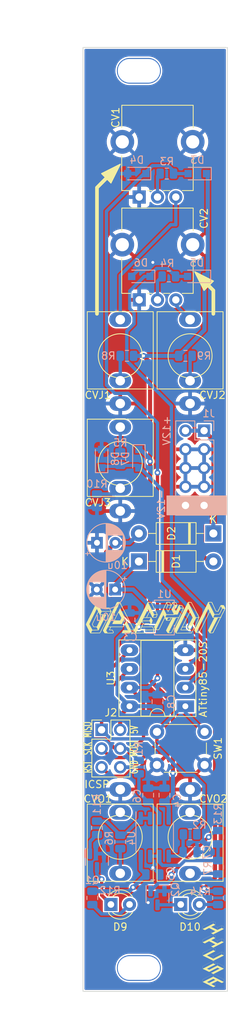
<source format=kicad_pcb>
(kicad_pcb (version 20210228) (generator pcbnew)
  (layers (0 "F.Cu" signal) (31 "B.Cu" signal) (34 "B.Paste" user) (35 "F.Paste" user) (36 "B.SilkS" user "B.Silkscreen") (37 "F.SilkS" user "F.Silkscreen") (38 "B.Mask" user) (39 "F.Mask" user) (44 "Edge.Cuts" user))
  (net 0 "")
  (net 1 "GND")
  (net 2 "+12V")
  (net 3 "-12V")
  (net 4 "Net-(D1-Pad2)")
  (net 5 "Net-(D2-Pad1)")
  (net 6 "+5V")
  (net 7 "Net-(CV1-Pad3)")
  (net 8 "Net-(D9-Pad1)")
  (net 9 "Net-(CV2-Pad3)")
  (net 10 "Net-(D10-Pad1)")
  (net 13 "Net-(D7-Pad2)")
  (net 14 "Net-(Q1-Pad1)")
  (net 15 "Net-(Q2-Pad1)")
  (net 16 "Net-(C6-Pad1)")
  (net 17 "Net-(C7-Pad1)")
  (net 18 "Net-(R13-Pad1)")
  (net 19 "Net-(R11-Pad1)")
  (net 20 "Net-(CVJ1-Pad2)")
  (net 21 "Net-(CVJ2-Pad2)")
  (net 22 "Net-(CVJ3-Pad2)")
  (net 23 "CV {slash} Gate In 3")
  (net 24 "SCK")
  (net 25 "Net-(D5-Pad2)")
  (net 26 "Net-(D9-Pad2)")
  (net 27 "Net-(D10-Pad2)")
  (net 28 "RST")
  (net 29 "MOSI")
  (net 30 "MISO")
  (net 31 "CV {slash} Gate Out 1")
  (net 32 "CV {slash} Gate In 2")
  (net 33 "CV {slash} Gate Out 2")
  (net 34 "CV {slash} Gate In 1")
  (footprint "Button_Switch_THT:SW_PUSH_6mm" (layer "F.Cu") (at 116.765 139.355)
    (fp_text reference "SW1" (at 8.33 2.25 90) (layer "F.SilkS"))
    (fp_text value "SW_Push")
    (pad "1" thru_hole circle (at 0 0 90) (size 2 2) (drill 1.1) (layers *.Cu *.Mask) (net 28 "RST"))
    (pad "1" thru_hole circle (at 6.5 0 90) (size 2 2) (drill 1.1) (layers *.Cu *.Mask) (net 28 "RST"))
    (pad "2" thru_hole circle (at 6.5 4.5 90) (size 2 2) (drill 1.1) (layers *.Cu *.Mask) (net 1 "GND"))
    (pad "2" thru_hole circle (at 0 4.5 90) (size 2 2) (drill 1.1) (layers *.Cu *.Mask) (net 1 "GND"))
  )
  (footprint "kicad_libraries:Thonkiconn" (layer "F.Cu") (at 121.285 153.67 180)
    (fp_text reference "CVO2" (at -3.175 5.207 unlocked) (layer "F.SilkS"))
    (fp_text value "fuzzySI_thonkiconn")
    (pad "1" thru_hole oval (at 0 6.48 180) (size 3 2) (drill 1.3) (layers *.Cu *.Mask) (net 1 "GND"))
    (pad "2" thru_hole oval (at 0 3.38 180) (size 3 2) (drill 1.3) (layers *.Cu *.Mask))
    (pad "3" thru_hole oval (at 0 -4.92 180) (size 3 2) (drill 1.3) (layers *.Cu *.Mask) (net 33 "CV {slash} Gate Out 2"))
  )
  (footprint "kicad_libraries:Thonkiconn" (layer "F.Cu") (at 111.76 102.87)
    (fp_text reference "CVJ3" (at -3.048 5.334 unlocked) (layer "F.SilkS"))
    (fp_text value "fuzzySI_thonkiconn")
    (pad "1" thru_hole oval (at 0 6.48) (size 3 2) (drill 1.3) (layers *.Cu *.Mask) (net 1 "GND"))
    (pad "2" thru_hole oval (at 0 3.38) (size 3 2) (drill 1.3) (layers *.Cu *.Mask) (net 22 "Net-(CVJ3-Pad2)"))
    (pad "3" thru_hole oval (at 0 -4.92) (size 3 2) (drill 1.3) (layers *.Cu *.Mask) (net 23 "CV {slash} Gate In 3"))
  )
  (footprint "kicad_libraries:Thonkiconn" (layer "F.Cu") (at 111.76 153.67 180)
    (fp_text reference "CVO1" (at 3.048 5.207 unlocked) (layer "F.SilkS"))
    (fp_text value "fuzzySI_thonkiconn")
    (pad "1" thru_hole oval (at 0 6.48 180) (size 3 2) (drill 1.3) (layers *.Cu *.Mask) (net 1 "GND"))
    (pad "2" thru_hole oval (at 0 3.38 180) (size 3 2) (drill 1.3) (layers *.Cu *.Mask))
    (pad "3" thru_hole oval (at 0 -4.92 180) (size 3 2) (drill 1.3) (layers *.Cu *.Mask) (net 31 "CV {slash} Gate Out 1"))
  )
  (footprint "kicad_libraries:Thonkiconn" (layer "F.Cu") (at 111.76 88.265)
    (fp_text reference "CVJ1" (at -3.048 5.334 unlocked) (layer "F.SilkS"))
    (fp_text value "fuzzySI_thonkiconn")
    (pad "1" thru_hole oval (at 0 6.48) (size 3 2) (drill 1.3) (layers *.Cu *.Mask) (net 1 "GND"))
    (pad "2" thru_hole oval (at 0 3.38) (size 3 2) (drill 1.3) (layers *.Cu *.Mask) (net 20 "Net-(CVJ1-Pad2)"))
    (pad "3" thru_hole oval (at 0 -4.92) (size 3 2) (drill 1.3) (layers *.Cu *.Mask) (net 7 "Net-(CV1-Pad3)"))
  )
  (footprint "kicad_libraries:DAEMON 2" (layer "F.Cu") (at 116.586 123.825)
    (fp_text reference "G***")
    (fp_text value "LOGO" hide)
  )
  (footprint "Package_DIP:DIP-8_W7.62mm_Socket_LongPads" (layer "F.Cu") (at 120.64 135.88 180)
    (fp_text reference "U3" (at 10.15 3.81 90) (layer "F.SilkS"))
    (fp_text value "ATtiny85-20S" (at -2.423 3.673 90) (layer "F.SilkS"))
    (pad "1" thru_hole rect (at 0 0 180) (size 2.4 1.6) (drill 0.8) (layers *.Cu *.Mask) (net 28 "RST"))
    (pad "2" thru_hole oval (at 0 2.54 180) (size 2.4 1.6) (drill 0.8) (layers *.Cu *.Mask) (net 25 "Net-(D5-Pad2)"))
    (pad "3" thru_hole oval (at 0 5.08 180) (size 2.4 1.6) (drill 0.8) (layers *.Cu *.Mask) (net 13 "Net-(D7-Pad2)"))
    (pad "4" thru_hole oval (at 0 7.62 180) (size 2.4 1.6) (drill 0.8) (layers *.Cu *.Mask) (net 1 "GND"))
    (pad "5" thru_hole oval (at 7.62 7.62 180) (size 2.4 1.6) (drill 0.8) (layers *.Cu *.Mask) (net 29 "MOSI"))
    (pad "6" thru_hole oval (at 7.62 5.08 180) (size 2.4 1.6) (drill 0.8) (layers *.Cu *.Mask) (net 30 "MISO"))
    (pad "7" thru_hole oval (at 7.62 2.54 180) (size 2.4 1.6) (drill 0.8) (layers *.Cu *.Mask) (net 24 "SCK"))
    (pad "8" thru_hole oval (at 7.62 0 180) (size 2.4 1.6) (drill 0.8) (layers *.Cu *.Mask) (net 6 "+5V"))
  )
  (footprint "Connector_PinHeader_2.54mm:PinHeader_2x03_P2.54mm_Vertical" (layer "F.Cu") (at 109.215 139.08)
    (fp_text reference "J2" (at 1.27 -2.33) (layer "F.SilkS"))
    (fp_text value "ICSP" (at -0.63 7.41) (layer "F.SilkS"))
    (pad "1" thru_hole rect (at 0 0) (size 1.7 1.7) (drill 1) (layers *.Cu *.Mask) (net 30 "MISO"))
    (pad "2" thru_hole oval (at 2.54 0) (size 1.7 1.7) (drill 1) (layers *.Cu *.Mask) (net 6 "+5V"))
    (pad "3" thru_hole oval (at 0 2.54) (size 1.7 1.7) (drill 1) (layers *.Cu *.Mask) (net 24 "SCK"))
    (pad "4" thru_hole oval (at 2.54 2.54) (size 1.7 1.7) (drill 1) (layers *.Cu *.Mask) (net 29 "MOSI"))
    (pad "5" thru_hole oval (at 0 5.08) (size 1.7 1.7) (drill 1) (layers *.Cu *.Mask) (net 28 "RST"))
    (pad "6" thru_hole oval (at 2.54 5.08) (size 1.7 1.7) (drill 1) (layers *.Cu *.Mask) (net 1 "GND"))
  )
  (footprint "Panel Holes:3.2mm slot" (layer "F.Cu") (at 114.3 49.53)
    (fp_text reference "REF**" hide)
    (fp_text value "3.2mm slot")
    (pad "2" thru_hole oval (at 0 0) (size 6 3.5) (drill oval 5.74 3.2) (layers *.Cu *.Mask))
  )
  (footprint "Panel Holes:3.2mm slot" (layer "F.Cu") (at 114.3 171.45)
    (fp_text reference "REF**" hide)
    (fp_text value "3.2mm slot")
    (pad "2" thru_hole oval (at 0 0) (size 6 3.5) (drill oval 5.74 3.2) (layers *.Cu *.Mask))
  )
  (footprint "Diode_THT:D_DO-41_SOD81_P10.16mm_Horizontal" (layer "F.Cu") (at 114.3 116.205)
    (fp_text reference "D1" (at 5.08 0 90) (layer "F.SilkS"))
    (fp_text value "1N5817")
    (fp_text user "K" (at -1.905 0) (layer "F.SilkS"))
    (pad "1" thru_hole rect (at 0 0) (size 2.2 2.2) (drill 1.1) (layers *.Cu *.Mask) (net 2 "+12V"))
    (pad "2" thru_hole oval (at 10.16 0) (size 2.2 2.2) (drill 1.1) (layers *.Cu *.Mask) (net 4 "Net-(D1-Pad2)"))
  )
  (footprint "Potentiometer_THT:Potentiometer_GND_Alpha_RD901F-40-00D_Single_Vertical_CircularHoles" (layer "F.Cu") (at 114.34 80.655 90)
    (fp_text reference "CV2" (at 11.059 8.85 270) (layer "F.SilkS"))
    (fp_text value "100k")
    (pad "1" thru_hole rect (at 0 0 180) (size 1.8 1.8) (drill 1) (layers *.Cu *.Mask) (net 1 "GND"))
    (pad "2" thru_hole circle (at 0 2.5 180) (size 1.8 1.8) (drill 1) (layers *.Cu *.Mask) (net 32 "CV {slash} Gate In 2"))
    (pad "3" thru_hole circle (at 0 5 180) (size 1.8 1.8) (drill 1) (layers *.Cu *.Mask) (net 9 "Net-(CV2-Pad3)"))
    (pad "4" thru_hole circle (at 7.5 7.3 180) (size 3.24 3.24) (drill 1.8) (layers *.Cu *.Mask) (net 1 "GND"))
    (pad "4" thru_hole circle (at 7.5 -2.3 180) (size 3.24 3.24) (drill 1.8) (layers *.Cu *.Mask) (net 1 "GND"))
  )
  (footprint "kicad_libraries:Thonkiconn" (layer "F.Cu") (at 121.285 88.265)
    (fp_text reference "CVJ2" (at 3.048 5.334 unlocked) (layer "F.SilkS"))
    (fp_text value "fuzzySI_thonkiconn")
    (pad "1" thru_hole oval (at 0 6.48) (size 3 2) (drill 1.3) (layers *.Cu *.Mask) (net 1 "GND"))
    (pad "2" thru_hole oval (at 0 3.38) (size 3 2) (drill 1.3) (layers *.Cu *.Mask) (net 21 "Net-(CVJ2-Pad2)"))
    (pad "3" thru_hole oval (at 0 -4.92) (size 3 2) (drill 1.3) (layers *.Cu *.Mask) (net 9 "Net-(CV2-Pad3)"))
  )
  (footprint "Potentiometer_THT:Potentiometer_GND_Alpha_RD901F-40-00D_Single_Vertical_CircularHoles" (layer "F.Cu") (at 114.34 66.685 90)
    (fp_text reference "CV1" (at 10.805 -3.215 270) (layer "F.SilkS"))
    (fp_text value "100k")
    (pad "1" thru_hole rect (at 0 0 180) (size 1.8 1.8) (drill 1) (layers *.Cu *.Mask) (net 1 "GND"))
    (pad "2" thru_hole circle (at 0 2.5 180) (size 1.8 1.8) (drill 1) (layers *.Cu *.Mask) (net 34 "CV {slash} Gate In 1"))
    (pad "3" thru_hole circle (at 0 5 180) (size 1.8 1.8) (drill 1) (layers *.Cu *.Mask) (net 7 "Net-(CV1-Pad3)"))
    (pad "4" thru_hole circle (at 7.5 -2.3 180) (size 3.24 3.24) (drill 1.8) (layers *.Cu *.Mask) (net 1 "GND"))
    (pad "4" thru_hole circle (at 7.5 7.3 180) (size 3.24 3.24) (drill 1.8) (layers *.Cu *.Mask) (net 1 "GND"))
  )
  (footprint "Diode_THT:D_DO-41_SOD81_P10.16mm_Horizontal" (layer "F.Cu") (at 124.46 112.395 180)
    (fp_text reference "D2" (at 5.715 0 90) (layer "F.SilkS"))
    (fp_text value "1N5817")
    (fp_text user "K" (at 0 1.905) (layer "F.SilkS"))
    (pad "1" thru_hole rect (at 0 0 180) (size 2.2 2.2) (drill 1.1) (layers *.Cu *.Mask) (net 5 "Net-(D2-Pad1)"))
    (pad "2" thru_hole oval (at 10.16 0 180) (size 2.2 2.2) (drill 1.1) (layers *.Cu *.Mask) (net 3 "-12V"))
  )
  (footprint "LED_THT:LED_D3.0mm" (layer "F.Cu") (at 120.01 162.814)
    (fp_text reference "D10" (at 1.27 3.048) (layer "F.SilkS"))
    (fp_text value "Blue LED")
    (pad "1" thru_hole rect (at 0 0) (size 1.8 1.8) (drill 0.9) (layers *.Cu *.Mask) (net 10 "Net-(D10-Pad1)"))
    (pad "2" thru_hole circle (at 2.54 0) (size 1.8 1.8) (drill 0.9) (layers *.Cu *.Mask) (net 27 "Net-(D10-Pad2)"))
  )
  (footprint "kicad_libraries:ascii larger" (layer "F.Cu") (at 124.46 169.545 90)
    (fp_text reference "G***")
    (fp_text value "LOGO" hide)
  )
  (footprint "LED_THT:LED_D3.0mm" (layer "F.Cu") (at 110.485 162.814)
    (fp_text reference "D9" (at 1.27 3.048) (layer "F.SilkS"))
    (fp_text value "Red LED")
    (pad "1" thru_hole rect (at 0 0) (size 1.8 1.8) (drill 0.9) (layers *.Cu *.Mask) (net 8 "Net-(D9-Pad1)"))
    (pad "2" thru_hole circle (at 2.54 0) (size 1.8 1.8) (drill 0.9) (layers *.Cu *.Mask) (net 26 "Net-(D9-Pad2)"))
  )
  (footprint "Diode_SMD:D_SOD-323_HandSoldering" (layer "B.Cu") (at 114.5775 77.47 180)
    (fp_text reference "D6" (at 0 1.85) (layer "B.SilkS") (effects (justify mirror)))
    (fp_text value "1N5711UR")
    (pad "1" smd rect (at -1.25 0 180) (size 1 1) (layers "B.Cu" "B.Paste" "B.Mask") (net 25 "Net-(D5-Pad2)"))
    (pad "2" smd rect (at 1.25 0 180) (size 1 1) (layers "B.Cu" "B.Paste" "B.Mask") (net 1 "GND"))
  )
  (footprint "Capacitor_THT:CP_Radial_D5.0mm_P2.50mm" (layer "B.Cu") (at 111.060113 120.015 180)
    (fp_text reference "C1")
    (fp_text value "10u" (at 1.25 -3.75) (layer "B.SilkS") (effects (justify mirror)))
    (pad "1" thru_hole rect (at 0 0 180) (size 1.6 1.6) (drill 0.8) (layers *.Cu *.Mask) (net 2 "+12V"))
    (pad "2" thru_hole circle (at 2.5 0 180) (size 1.6 1.6) (drill 0.8) (layers *.Cu *.Mask) (net 1 "GND"))
  )
  (footprint "Resistor_SMD:R_0805_2012Metric" (layer "B.Cu") (at 125.095 157.7575 -90)
    (fp_text reference "R7" (at 0.1035 1.397 90) (layer "B.SilkS") (effects (justify mirror)))
    (fp_text value "1k")
    (pad "1" smd roundrect (at -0.9125 0 270) (size 1.025 1.4) (layers "B.Cu" "B.Paste" "B.Mask") (roundrect_rratio 0.2439024390243902) (net 18 "Net-(R13-Pad1)"))
    (pad "2" smd roundrect (at 0.9125 0 270) (size 1.025 1.4) (layers "B.Cu" "B.Paste" "B.Mask") (roundrect_rratio 0.2439024390243902) (net 33 "CV {slash} Gate Out 2"))
  )
  (footprint "Connector_PinHeader_2.54mm:PinHeader_2x05_P2.54mm_Vertical" (layer "B.Cu") (at 123.195 98.43 180)
    (fp_text reference "J1" (at -0.63 2.33) (layer "B.SilkS") (effects (justify mirror)))
    (fp_text value "Power")
    (pad "1" thru_hole rect (at 0 0 180) (size 1.7 1.7) (drill 1) (layers *.Cu *.Mask) (net 4 "Net-(D1-Pad2)"))
    (pad "2" thru_hole oval (at 2.54 0 180) (size 1.7 1.7) (drill 1) (layers *.Cu *.Mask) (net 4 "Net-(D1-Pad2)"))
    (pad "3" thru_hole oval (at 0 -2.54 180) (size 1.7 1.7) (drill 1) (layers *.Cu *.Mask) (net 1 "GND"))
    (pad "4" thru_hole oval (at 2.54 -2.54 180) (size 1.7 1.7) (drill 1) (layers *.Cu *.Mask) (net 1 "GND"))
    (pad "5" thru_hole oval (at 0 -5.08 180) (size 1.7 1.7) (drill 1) (layers *.Cu *.Mask) (net 1 "GND"))
    (pad "6" thru_hole oval (at 2.54 -5.08 180) (size 1.7 1.7) (drill 1) (layers *.Cu *.Mask) (net 1 "GND"))
    (pad "7" thru_hole oval (at 0 -7.62 180) (size 1.7 1.7) (drill 1) (layers *.Cu *.Mask) (net 1 "GND"))
    (pad "8" thru_hole oval (at 2.54 -7.62 180) (size 1.7 1.7) (drill 1) (layers *.Cu *.Mask) (net 1 "GND"))
    (pad "9" thru_hole oval (at 0 -10.16 180) (size 1.7 1.7) (drill 1) (layers *.Cu *.Mask) (net 5 "Net-(D2-Pad1)"))
    (pad "10" thru_hole oval (at 2.54 -10.16 180) (size 1.7 1.7) (drill 1) (layers *.Cu *.Mask) (net 5 "Net-(D2-Pad1)"))
  )
  (footprint "Resistor_SMD:R_0805_2012Metric" (layer "B.Cu") (at 108.585 107.95 90)
    (fp_text reference "R10" (at 2.286 0 180) (layer "B.SilkS") (effects (justify mirror)))
    (fp_text value "1k")
    (pad "1" smd roundrect (at -0.9125 0 90) (size 1.025 1.4) (layers "B.Cu" "B.Paste" "B.Mask") (roundrect_rratio 0.2439024390243902) (net 1 "GND"))
    (pad "2" smd roundrect (at 0.9125 0 90) (size 1.025 1.4) (layers "B.Cu" "B.Paste" "B.Mask") (roundrect_rratio 0.2439024390243902) (net 22 "Net-(CVJ3-Pad2)"))
  )
  (footprint "Resistor_SMD:R_0805_2012Metric" (layer "B.Cu") (at 118.11 63.5 180)
    (fp_text reference "R3" (at 0 1.65) (layer "B.SilkS") (effects (justify mirror)))
    (fp_text value "470")
    (pad "1" smd roundrect (at -0.9125 0 180) (size 1.025 1.4) (layers "B.Cu" "B.Paste" "B.Mask") (roundrect_rratio 0.2439024390243902) (net 24 "SCK"))
    (pad "2" smd roundrect (at 0.9125 0 180) (size 1.025 1.4) (layers "B.Cu" "B.Paste" "B.Mask") (roundrect_rratio 0.2439024390243902) (net 34 "CV {slash} Gate In 1"))
  )
  (footprint "Capacitor_SMD:C_0805_2012Metric" (layer "B.Cu") (at 115.57 147.955 90)
    (fp_text reference "C6" (at -0.127 -1.524 90) (layer "B.SilkS") (effects (justify mirror)))
    (fp_text value "1n")
    (pad "1" smd roundrect (at -0.95 0 90) (size 1 1.45) (layers "B.Cu" "B.Paste" "B.Mask") (net 16 "Net-(C6-Pad1)"))
    (pad "2" smd roundrect (at 0.95 0 90) (size 1 1.45) (layers "B.Cu" "B.Paste" "B.Mask") (net 1 "GND"))
  )
  (footprint "Resistor_SMD:R_0805_2012Metric" (layer "B.Cu") (at 125.095 161.925 90)
    (fp_text reference "R14" (at 0.889 -2.413 180) (layer "B.SilkS") (effects (justify mirror)))
    (fp_text value "4k7")
    (pad "1" smd roundrect (at -0.9125 0 90) (size 1.025 1.4) (layers "B.Cu" "B.Paste" "B.Mask") (roundrect_rratio 0.2439024390243902) (net 27 "Net-(D10-Pad2)"))
    (pad "2" smd roundrect (at 0.9125 0 90) (size 1.025 1.4) (layers "B.Cu" "B.Paste" "B.Mask") (roundrect_rratio 0.2439024390243902) (net 2 "+12V"))
  )
  (footprint "Resistor_SMD:R_0805_2012Metric" (layer "B.Cu") (at 125.095 153.67 90)
    (fp_text reference "R13" (at 3.175 0 90) (layer "B.SilkS") (effects (justify mirror)))
    (fp_text value "470k")
    (pad "1" smd roundrect (at -0.9125 0 90) (size 1.025 1.4) (layers "B.Cu" "B.Paste" "B.Mask") (roundrect_rratio 0.2439024390243902) (net 18 "Net-(R13-Pad1)"))
    (pad "2" smd roundrect (at 0.9125 0 90) (size 1.025 1.4) (layers "B.Cu" "B.Paste" "B.Mask") (roundrect_rratio 0.2439024390243902) (net 15 "Net-(Q2-Pad1)"))
  )
  (footprint "Resistor_SMD:R_0805_2012Metric" (layer "B.Cu") (at 120.65 88.265)
    (fp_text reference "R9" (at 2.54 0) (layer "B.SilkS") (effects (justify mirror)))
    (fp_text value "1k")
    (pad "1" smd roundrect (at -0.9125 0) (size 1.025 1.4) (layers "B.Cu" "B.Paste" "B.Mask") (roundrect_rratio 0.2439024390243902) (net 6 "+5V"))
    (pad "2" smd roundrect (at 0.9125 0) (size 1.025 1.4) (layers "B.Cu" "B.Paste" "B.Mask") (roundrect_rratio 0.2439024390243902) (net 21 "Net-(CVJ2-Pad2)"))
  )
  (footprint "Package_TO_SOT_SMD:SOT-23" (layer "B.Cu") (at 108.585 156.845 -90)
    (fp_text reference "Q1" (at 2.667 0.635 180) (layer "B.SilkS") (effects (justify mirror)))
    (fp_text value "MMBT3904")
    (pad "1" smd roundrect (at -0.9375 0.95 270) (size 1.475 0.6) (layers "B.Cu" "B.Paste" "B.Mask") (net 14 "Net-(Q1-Pad1)"))
    (pad "2" smd roundrect (at -0.9375 -0.95 270) (size 1.475 0.6) (layers "B.Cu" "B.Paste" "B.Mask") (net 1 "GND"))
    (pad "3" smd roundrect (at 0.9375 0 270) (size 1.475 0.6) (layers "B.Cu" "B.Paste" "B.Mask") (net 8 "Net-(D9-Pad1)"))
  )
  (footprint "Diode_SMD:D_SOD-323_HandSoldering" (layer "B.Cu") (at 109.22 102.235 90)
    (fp_text reference "D8" (at 0 1.85 270) (layer "B.SilkS") (effects (justify mirror)))
    (fp_text value "1N5711UR")
    (pad "1" smd rect (at -1.25 0 90) (size 1 1) (layers "B.Cu" "B.Paste" "B.Mask") (net 13 "Net-(D7-Pad2)"))
    (pad "2" smd rect (at 1.25 0 90) (size 1 1) (layers "B.Cu" "B.Paste" "B.Mask") (net 1 "GND"))
  )
  (footprint "Package_SO:SO-8_3.9x4.9mm_P1.27mm" (layer "B.Cu") (at 116.459 153.67 -90)
    (fp_text reference "U4" (at 0.127 3.175 90) (layer "B.SilkS") (effects (justify mirror)))
    (fp_text value "TL072")
    (pad "1" smd roundrect (at -2.575 1.905 270) (size 1.75 0.6) (layers "B.Cu" "B.Paste" "B.Mask") (net 19 "Net-(R11-Pad1)"))
    (pad "2" smd roundrect (at -2.575 0.635 270) (size 1.75 0.6) (layers "B.Cu" "B.Paste" "B.Mask") (net 19 "Net-(R11-Pad1)"))
    (pad "3" smd roundrect (at -2.575 -0.635 270) (size 1.75 0.6) (layers "B.Cu" "B.Paste" "B.Mask") (net 16 "Net-(C6-Pad1)"))
    (pad "4" smd roundrect (at -2.575 -1.905 270) (size 1.75 0.6) (layers "B.Cu" "B.Paste" "B.Mask") (net 3 "-12V"))
    (pad "5" smd roundrect (at 2.575 -1.905 270) (size 1.75 0.6) (layers "B.Cu" "B.Paste" "B.Mask") (net 17 "Net-(C7-Pad1)"))
    (pad "6" smd roundrect (at 2.575 -0.635 270) (size 1.75 0.6) (layers "B.Cu" "B.Paste" "B.Mask") (net 18 "Net-(R13-Pad1)"))
    (pad "7" smd roundrect (at 2.575 0.635 270) (size 1.75 0.6) (layers "B.Cu" "B.Paste" "B.Mask") (net 18 "Net-(R13-Pad1)"))
    (pad "8" smd roundrect (at 2.575 1.905 270) (size 1.75 0.6) (layers "B.Cu" "B.Paste" "B.Mask") (net 2 "+12V"))
  )
  (footprint "Resistor_SMD:R_0805_2012Metric" (layer "B.Cu") (at 111.76 154.305 -90)
    (fp_text reference "R6" (at -0.508 1.524 90) (layer "B.SilkS") (effects (justify mirror)))
    (fp_text value "1k")
    (pad "1" smd roundrect (at -0.9125 0 270) (size 1.025 1.4) (layers "B.Cu" "B.Paste" "B.Mask") (roundrect_rratio 0.2439024390243902) (net 19 "Net-(R11-Pad1)"))
    (pad "2" smd roundrect (at 0.9125 0 270) (size 1.025 1.4) (layers "B.Cu" "B.Paste" "B.Mask") (roundrect_rratio 0.2439024390243902) (net 31 "CV {slash} Gate Out 1"))
  )
  (footprint "Diode_SMD:D_SOD-323_HandSoldering" (layer "B.Cu") (at 114.3 102.235 -90)
    (fp_text reference "D7" (at 0 1.85 90) (layer "B.SilkS") (effects (justify mirror)))
    (fp_text value "1N5711UR")
    (pad "1" smd rect (at -1.25 0 270) (size 1 1) (layers "B.Cu" "B.Paste" "B.Mask") (net 6 "+5V"))
    (pad "2" smd rect (at 1.25 0 270) (size 1 1) (layers "B.Cu" "B.Paste" "B.Mask") (net 13 "Net-(D7-Pad2)"))
  )
  (footprint "Resistor_SMD:R_0805_2012Metric" (layer "B.Cu") (at 121.285 153.289 180)
    (fp_text reference "R2" (at -1.27 1.27) (layer "B.SilkS") (effects (justify mirror)))
    (fp_text value "470k")
    (pad "1" smd roundrect (at -0.9125 0 180) (size 1.025 1.4) (layers "B.Cu" "B.Paste" "B.Mask") (roundrect_rratio 0.2439024390243902) (net 30 "MISO"))
    (pad "2" smd roundrect (at 0.9125 0 180) (size 1.025 1.4) (layers "B.Cu" "B.Paste" "B.Mask") (roundrect_rratio 0.2439024390243902) (net 17 "Net-(C7-Pad1)"))
  )
  (footprint "Resistor_SMD:R_0805_2012Metric" (layer "B.Cu") (at 118.3875 77.47 180)
    (fp_text reference "R4" (at 0.227064 1.778) (layer "B.SilkS") (effects (justify mirror)))
    (fp_text value "470")
    (pad "1" smd roundrect (at -0.9125 0 180) (size 1.025 1.4) (layers "B.Cu" "B.Paste" "B.Mask") (roundrect_rratio 0.2439024390243902) (net 25 "Net-(D5-Pad2)"))
    (pad "2" smd roundrect (at 0.9125 0 180) (size 1.025 1.4) (layers "B.Cu" "B.Paste" "B.Mask") (roundrect_rratio 0.2439024390243902) (net 32 "CV {slash} Gate In 2"))
  )
  (footprint "Resistor_SMD:R_0805_2012Metric" (layer "B.Cu") (at 107.95 161.925 90)
    (fp_text reference "R12" (at 1.016 2.413 180) (layer "B.SilkS") (effects (justify mirror)))
    (fp_text value "4k7")
    (pad "1" smd roundrect (at -0.9125 0 90) (size 1.025 1.4) (layers "B.Cu" "B.Paste" "B.Mask") (roundrect_rratio 0.2439024390243902) (net 26 "Net-(D9-Pad2)"))
    (pad "2" smd roundrect (at 0.9125 0 90) (size 1.025 1.4) (layers "B.Cu" "B.Paste" "B.Mask") (roundrect_rratio 0.2439024390243902) (net 2 "+12V"))
  )
  (footprint "Diode_SMD:D_SOD-323_HandSoldering" (layer "B.Cu") (at 122.2775 63.5 180)
    (fp_text reference "D3" (at 0 1.85) (layer "B.SilkS") (effects (justify mirror)))
    (fp_text value "1N5711UR")
    (pad "1" smd rect (at -1.25 0 180) (size 1 1) (layers "B.Cu" "B.Paste" "B.Mask") (net 6 "+5V"))
    (pad "2" smd rect (at 1.25 0 180) (size 1 1) (layers "B.Cu" "B.Paste" "B.Mask") (net 24 "SCK"))
  )
  (footprint "Diode_SMD:D_SOD-323_HandSoldering" (layer "B.Cu") (at 114.0225 63.5 180)
    (fp_text reference "D4" (at 0 1.85) (layer "B.SilkS") (effects (justify mirror)))
    (fp_text value "1N5711UR")
    (pad "1" smd rect (at -1.25 0 180) (size 1 1) (layers "B.Cu" "B.Paste" "B.Mask") (net 24 "SCK"))
    (pad "2" smd rect (at 1.25 0 180) (size 1 1) (layers "B.Cu" "B.Paste" "B.Mask") (net 1 "GND"))
  )
  (footprint "Capacitor_THT:CP_Radial_D5.0mm_P2.50mm" (layer "B.Cu") (at 108.585 113.665)
    (fp_text reference "C2")
    (fp_text value "10u" (at 2.794 3.048) (layer "B.SilkS") (effects (justify mirror)))
    (pad "1" thru_hole rect (at 0 0) (size 1.6 1.6) (drill 0.8) (layers *.Cu *.Mask) (net 1 "GND"))
    (pad "2" thru_hole circle (at 2.5 0) (size 1.6 1.6) (drill 0.8) (layers *.Cu *.Mask) (net 3 "-12V"))
  )
  (footprint "Resistor_SMD:R_0805_2012Metric" (layer "B.Cu") (at 111.76 102.235 90)
    (fp_text reference "R5" (at 2.159 0 180) (layer "B.SilkS") (effects (justify mirror)))
    (fp_text value "470")
    (pad "1" smd roundrect (at -0.9125 0 90) (size 1.025 1.4) (layers "B.Cu" "B.Paste" "B.Mask") (roundrect_rratio 0.2439024390243902) (net 13 "Net-(D7-Pad2)"))
    (pad "2" smd roundrect (at 0.9125 0 90) (size 1.025 1.4) (layers "B.Cu" "B.Paste" "B.Mask") (roundrect_rratio 0.2439024390243902) (net 23 "CV {slash} Gate In 3"))
  )
  (footprint "Resistor_SMD:R_0805_2012Metric" (layer "B.Cu") (at 112.6725 88.265 180)
    (fp_text reference "R8" (at 2.54 0) (layer "B.SilkS") (effects (justify mirror)))
    (fp_text value "1k")
    (pad "1" smd roundrect (at -0.9125 0 180) (size 1.025 1.4) (layers "B.Cu" "B.Paste" "B.Mask") (roundrect_rratio 0.2439024390243902) (net 6 "+5V"))
    (pad "2" smd roundrect (at 0.9125 0 180) (size 1.025 1.4) (layers "B.Cu" "B.Paste" "B.Mask") (roundrect_rratio 0.2439024390243902) (net 20 "Net-(CVJ1-Pad2)"))
  )
  (footprint "Package_TO_SOT_SMD:SOT-23" (layer "B.Cu") (at 116.84 161.925 -90)
    (fp_text reference "Q2" (at -1.143 -2.413 90) (layer "B.SilkS") (effects (justify mirror)))
    (fp_text value "MMBT3904")
    (pad "1" smd roundrect (at -0.9375 0.95 270) (size 1.475 0.6) (layers "B.Cu" "B.Paste" "B.Mask") (net 15 "Net-(Q2-Pad1)"))
    (pad "2" smd roundrect (at -0.9375 -0.95 270) (size 1.475 0.6) (layers "B.Cu" "B.Paste" "B.Mask") (net 1 "GND"))
    (pad "3" smd roundrect (at 0.9375 0 270) (size 1.475 0.6) (layers "B.Cu" "B.Paste" "B.Mask") (net 10 "Net-(D10-Pad1)"))
  )
  (footprint "Package_TO_SOT_SMD:SOT-89-3" (layer "B.Cu") (at 117.475 123.825)
    (fp_text reference "U1" (at 0.3 -3.175) (layer "B.SilkS") (effects (justify mirror)))
    (fp_text value "L78L05_SOT89")
    (pad "1" smd rect (at -1.65 1.5) (size 1.3 0.9) (layers "B.Cu" "B.Paste" "B.Mask") (net 6 "+5V"))
    (pad "2" smd custom (at -1.5625 0) (size 1.475 0.9) (layers "B.Cu" "B.Paste" "B.Mask") (net 1 "GND") (options (clearance outline) (anchor rect)) (primitives (gr_poly (pts (xy 0.7375 0.8665) (xy 3.8625 0.8665) (xy 3.8625 -0.8665) (xy 0.7375 -0.8665)) (width 0) (fill yes))))
    (pad "3" smd rect (at -1.65 -1.5) (size 1.3 0.9) (layers "B.Cu" "B.Paste" "B.Mask") (net 2 "+12V"))
  )
  (footprint "Resistor_SMD:R_0805_2012Metric" (layer "B.Cu") (at 108.585 152.4 -90)
    (fp_text reference "R11" (at -3.175 0 90) (layer "B.SilkS") (effects (justify mirror)))
    (fp_text value "470k")
    (pad "1" smd roundrect (at -0.9125 0 270) (size 1.025 1.4) (layers "B.Cu" "B.Paste" "B.Mask") (roundrect_rratio 0.2439024390243902) (net 19 "Net-(R11-Pad1)"))
    (pad "2" smd roundrect (at 0.9125 0 270) (size 1.025 1.4) (layers "B.Cu" "B.Paste" "B.Mask") (roundrect_rratio 0.2439024390243902) (net 14 "Net-(Q1-Pad1)"))
  )
  (footprint "Capacitor_SMD:C_0805_2012Metric" (layer "B.Cu") (at 113.03 124.145 90)
    (fp_text reference "C3" (at -2.347 0.127 180) (layer "B.SilkS") (effects (justify mirror)))
    (fp_text value "100n")
    (pad "1" smd roundrect (at -0.95 0 90) (size 1 1.45) (layers "B.Cu" "B.Paste" "B.Mask") (net 6 "+5V"))
    (pad "2" smd roundrect (at 0.95 0 90) (size 1 1.45) (layers "B.Cu" "B.Paste" "B.Mask") (net 1 "GND"))
  )
  (footprint "Capacitor_SMD:C_0805_2012Metric" (layer "B.Cu") (at 117.79 147.955 -90)
    (fp_text reference "C4" (at 0.762 -1.717 90) (layer "B.SilkS") (effects (justify mirror)))
    (fp_text value "100n")
    (pad "1" smd roundrect (at -0.95 0 270) (size 1 1.45) (layers "B.Cu" "B.Paste" "B.Mask") (net 1 "GND"))
    (pad "2" smd roundrect (at 0.95 0 270) (size 1 1.45) (layers "B.Cu" "B.Paste" "B.Mask") (net 3 "-12V"))
  )
  (footprint "Capacitor_SMD:C_0805_2012Metric" (layer "B.Cu") (at 121.285 155.702)
    (fp_text reference "C7" (at 2.286 0 90) (layer "B.SilkS") (effects (justify mirror)))
    (fp_text value "1n")
    (pad "1" smd roundrect (at -0.95 0) (size 1 1.45) (layers "B.Cu" "B.Paste" "B.Mask") (net 17 "Net-(C7-Pad1)"))
    (pad "2" smd roundrect (at 0.95 0) (size 1 1.45) (layers "B.Cu" "B.Paste" "B.Mask") (net 1 "GND"))
  )
  (footprint "Capacitor_SMD:C_0805_2012Metric" (layer "B.Cu") (at 116.84 135.255 90)
    (fp_text reference "C8" (at 0 1.905 90) (layer "B.SilkS") (effects (justify mirror)))
    (fp_text value "100n")
    (pad "1" smd roundrect (at -0.95 0 90) (size 1 1.45) (layers "B.Cu" "B.Paste" "B.Mask") (net 6 "+5V"))
    (pad "2" smd roundrect (at 0.95 0 90) (size 1 1.45) (layers "B.Cu" "B.Paste" "B.Mask") (net 1 "GND"))
  )
  (footprint "Diode_SMD:D_SOD-323_HandSoldering" (layer "B.Cu") (at 122.1975 77.47 180)
    (fp_text reference "D5" (at 0 1.85) (layer "B.SilkS") (effects (justify mirror)))
    (fp_text value "1N5711UR")
    (pad "1" smd rect (at -1.25 0 180) (size 1 1) (layers "B.Cu" "B.Paste" "B.Mask") (net 6 "+5V"))
    (pad "2" smd rect (at 1.25 0 180) (size 1 1) (layers "B.Cu" "B.Paste" "B.Mask") (net 25 "Net-(D5-Pad2)"))
  )
  (footprint "Resistor_SMD:R_0805_2012Metric" (layer "B.Cu") (at 114.3 144.145 -90)
    (fp_text reference "R1" (at -2.54 0 90) (layer "B.SilkS") (effects (justify mirror)))
    (fp_text value "470k")
    (pad "1" smd roundrect (at -0.9125 0 270) (size 1.025 1.4) (layers "B.Cu" "B.Paste" "B.Mask") (roundrect_rratio 0.2439024390243902) (net 29 "MOSI"))
    (pad "2" smd roundrect (at 0.9125 0 270) (size 1.025 1.4) (layers "B.Cu" "B.Paste" "B.Mask") (roundrect_rratio 0.2439024390243902) (net 16 "Net-(C6-Pad1)"))
  )
  (footprint "Capacitor_SMD:C_0805_2012Metric" (layer "B.Cu") (at 116.205 158.75)
    (fp_text reference "C5" (at 2.413 -0.127 90) (layer "B.SilkS") (effects (justify mirror)))
    (fp_text value "100n")
    (pad "1" smd roundrect (at -0.95 0) (size 1 1.45) (layers "B.Cu" "B.Paste" "B.Mask") (net 2 "+12V"))
    (pad "2" smd roundrect (at 0.95 0) (size 1 1.45) (layers "B.Cu" "B.Paste" "B.Mask") (net 1 "GND"))
  )
  (gr_rect (start 126.3425 109.855) (end 118.1425 107.315) (layer "B.SilkS") (width 0.15) (fill solid))
  (gr_poly (pts (xy 110.49 64.77) (xy 109.22 63.5) (xy 111.76 62.23)) (layer "F.SilkS") (width 0.15) (fill solid))
  (gr_line (start 124.46 79.375) (end 123.19 78.105) (layer "F.SilkS") (width 0.5))
  (gr_line (start 108.585 65.405) (end 111.125 62.865) (layer "F.SilkS") (width 0.5))
  (gr_line (start 124.46 82.55) (end 124.46 79.375) (layer "F.SilkS") (width 0.5))
  (gr_poly (pts (xy 124.46 78.105) (xy 123.19 79.375) (xy 121.92 76.835)) (layer "F.SilkS") (width 0.15) (fill solid))
  (gr_line (start 108.585 82.55) (end 108.585 65.405) (layer "F.SilkS") (width 0.5))
  (gr_rect (start 106.68 46.355) (end 126.365 174.625) (layer "Edge.Cuts") (width 0.1) (fill none))
  (gr_text "+12V" (at 118.11 98.425 90) (layer "B.SilkS") (effects (font (size 1 1)) (justify mirror)))
  (gr_text "-12V" (at 117.348 108.458 90) (layer "B.SilkS") (effects (font (size 1 1)) (justify mirror)))
  (gr_text "MISO" (at 107.315 139.065 90) (layer "F.SilkS") (effects (font (size 1 0.6))))
  (gr_text "MOSI" (at 113.665 141.62 90) (layer "F.SilkS") (effects (font (size 1 0.6))))
  (gr_text "SCK" (at 107.315 141.605 90) (layer "F.SilkS") (effects (font (size 1 0.6))))
  (gr_text "5V" (at 113.665 139.065 90) (layer "F.SilkS") (effects (font (size 1 0.6))))
  (gr_text "GND" (at 113.665 144.145 90) (layer "F.SilkS") (effects (font (size 1 0.6))))
  (gr_text "RST" (at 107.315 144.145 90) (layer "F.SilkS") (effects (font (size 1 0.6))))
  (segment (start 120.015 147.32) (end 122.24 147.32) (width 0.4572) (layer "F.Cu") (net 1))
  (via (at 116.205 157.8) (size 0.8) (drill 0.4) (layers "F.Cu" "B.Cu") (net 1))
  (via (at 115.57 162.56) (size 0.8) (drill 0.4) (layers "F.Cu" "B.Cu") (net 1))
  (via (at 116.205 75.565) (size 0.8) (drill 0.4) (layers "F.Cu" "B.Cu") (net 1))
  (segment (start 117.155 158.75) (end 116.205 157.8) (width 0.4572) (layer "B.Cu") (net 1))
  (segment (start 115.2325 75.565) (end 116.205 75.565) (width 0.4572) (layer "B.Cu") (net 1))
  (segment (start 113.3275 77.47) (end 115.2325 75.565) (width 0.4572) (layer "B.Cu") (net 1))
  (segment (start 123.0325 160.4975) (end 123.19 160.655) (width 0.5588) (layer "F.Cu") (net 2))
  (segment (start 123.19 160.655) (end 124.696311 159.148689) (width 0.5588) (layer "F.Cu") (net 2))
  (segment (start 113.5075 160.4975) (end 123.0325 160.4975) (width 0.5588) (layer "F.Cu") (net 2))
  (segment (start 124.696311 159.148689) (end 124.696311 128.506311) (width 0.5588) (layer "F.Cu") (net 2))
  (segment (start 124.696311 128.506311) (end 121.285 125.095) (width 0.5588) (layer "F.Cu") (net 2))
  (via (at 121.285 125.095) (size 0.8) (drill 0.4) (layers "F.Cu" "B.Cu") (net 2))
  (via (at 123.19 160.655) (size 0.8) (drill 0.4) (layers "F.Cu" "B.Cu") (net 2))
  (via (at 113.5075 160.4975) (size 0.8) (drill 0.4) (layers "F.Cu" "B.Cu") (net 2))
  (segment (start 125.095 161.0125) (end 123.5475 161.0125) (width 0.5588) (layer "B.Cu") (net 2))
  (segment (start 114.554 158.049) (end 114.554 156.245) (width 0.5588) (layer "B.Cu") (net 2))
  (segment (start 112.9925 161.0125) (end 113.5075 160.4975) (width 0.5588) (layer "B.Cu") (net 2))
  (segment (start 111.060113 120.015) (end 113.515 120.015) (width 0.5588) (layer "B.Cu") (net 2))
  (segment (start 115.825 122.325) (end 119.75148 122.325) (width 0.5588) (layer "B.Cu") (net 2))
  (segment (start 121.285 123.85852) (end 121.285 125.095) (width 0.5588) (layer "B.Cu") (net 2))
  (segment (start 119.75148 122.325) (end 121.285 123.85852) (width 0.5588) (layer "B.Cu") (net 2))
  (segment (start 110.49 120.585113) (end 111.060113 120.015) (width 0.5588) (layer "B.Cu") (net 2))
  (segment (start 113.5075 160.4975) (end 115.255 158.75) (width 0.5588) (layer "B.Cu") (net 2))
  (segment (start 123.5475 161.0125) (end 123.19 160.655) (width 0.5588) (layer "B.Cu") (net 2))
  (segment (start 113.515 120.015) (end 115.825 122.325) (width 0.5588) (layer "B.Cu") (net 2))
  (segment (start 107.95 161.0125) (end 112.9925 161.0125) (width 0.5588) (layer "B.Cu") (net 2))
  (segment (start 111.060113 119.444887) (end 114.3 116.205) (width 0.5588) (layer "B.Cu") (net 2))
  (segment (start 115.255 158.75) (end 114.554 158.049) (width 0.5588) (layer "B.Cu") (net 2))
  (segment (start 111.060113 120.015) (end 111.060113 119.444887) (width 0.5588) (layer "B.Cu") (net 2))
  (segment (start 114.65132 126.676661) (end 109.828802 121.854143) (width 0.5588) (layer "F.Cu") (net 3))
  (segment (start 118.94632 135.45632) (end 114.65132 131.16132) (width 0.5588) (layer "F.Cu") (net 3))
  (segment (start 114.65132 131.16132) (end 114.65132 126.676661) (width 0.5588) (layer "F.Cu") (net 3))
  (segment (start 109.828802 121.854143) (end 109.828802 114.921198) (width 0.5588) (layer "F.Cu") (net 3))
  (segment (start 118.94632 144.98132) (end 118.94632 135.45632) (width 0.5588) (layer "F.Cu") (net 3))
  (segment (start 109.828802 114.921198) (end 111.085 113.665) (width 0.5588) (layer "F.Cu") (net 3))
  (via (at 118.94632 144.98132) (size 0.8) (drill 0.4) (layers "F.Cu" "B.Cu") (net 3))
  (segment (start 111.085 113.665) (end 113.03 113.665) (width 0.5588) (layer "B.Cu") (net 3))
  (segment (start 118.94632 147.74868) (end 118.94632 144.98132) (width 0.5588) (layer "B.Cu") (net 3))
  (segment (start 118.364 149.479) (end 117.79 148.905) (width 0.5588) (layer "B.Cu") (net 3))
  (segment (start 117.79 148.905) (end 118.94632 147.74868) (width 0.5588) (layer "B.Cu") (net 3))
  (segment (start 113.03 113.665) (end 114.3 112.395) (width 0.5588) (layer "B.Cu") (net 3))
  (segment (start 118.364 151.095) (end 118.364 149.479) (width 0.5588) (layer "B.Cu") (net 3))
  (segment (start 124.476311 109.402329) (end 122.928689 110.949951) (width 0.5588) (layer "F.Cu") (net 4))
  (segment (start 122.928689 110.949951) (end 122.928689 115.308689) (width 0.5588) (layer "F.Cu") (net 4))
  (segment (start 122.928689 115.308689) (end 123.825 116.205) (width 0.5588) (layer "F.Cu") (net 4))
  (segment (start 124.476311 99.711311) (end 124.476311 109.402329) (width 0.5588) (layer "F.Cu") (net 4))
  (segment (start 123.825 116.205) (end 124.46 116.205) (width 0.5588) (layer "F.Cu") (net 4))
  (segment (start 123.195 98.43) (end 124.476311 99.711311) (width 0.5588) (layer "F.Cu") (net 4))
  (segment (start 123.195 98.43) (end 120.655 98.43) (width 0.5588) (layer "B.Cu") (net 4))
  (segment (start 120.655 108.59) (end 123.195 108.59) (width 0.5588) (layer "B.Cu") (net 5))
  (segment (start 124.46 112.395) (end 124.46 109.855) (width 0.5588) (layer "B.Cu") (net 5))
  (segment (start 124.46 109.855) (end 123.195 108.59) (width 0.5588) (layer "B.Cu") (net 5))
  (segment (start 111.755 137.145) (end 113.02 135.88) (width 0.5588) (layer "F.Cu") (net 6))
  (segment (start 115.831311 100.068689) (end 115.831311 102.608689) (width 0.5588) (layer "F.Cu") (net 6))
  (segment (start 114.935 88.265) (end 115.831311 89.161311) (width 0.5588) (layer "F.Cu") (net 6))
  (segment (start 111.755 139.08) (end 111.755 137.145) (width 0.5588) (layer "F.Cu") (net 6))
  (segment (start 115.831311 89.161311) (end 115.831311 100.068689) (width 0.5588) (layer "F.Cu") (net 6))
  (segment (start 115.831311 102.608689) (end 115.831311 123.563689) (width 0.5588) (layer "F.Cu") (net 6))
  (segment (start 115.831311 123.563689) (end 114.3 125.095) (width 0.5588) (layer "F.Cu") (net 6))
  (via (at 115.831311 102.608689) (size 0.8) (drill 0.4) (layers "F.Cu" "B.Cu") (net 6))
  (via (at 114.3 125.095) (size 0.8) (drill 0.4) (layers "F.Cu" "B.Cu") (net 6))
  (via (at 114.935 88.265) (size 0.8) (drill 0.4) (layers "F.Cu" "B.Cu") (net 6))
  (segment (start 111.38868 134.24868) (end 111.38868 126.73632) (width 0.5588) (layer "B.Cu") (net 6))
  (segment (start 119.7375 88.265) (end 123.2475 84.755) (width 0.5588) (layer "B.Cu") (net 6))
  (segment (start 111.38868 126.73632) (end 113.03 125.095) (width 0.5588) (layer "B.Cu") (net 6))
  (segment (start 114.935 88.265) (end 119.7375 88.265) (width 0.5588) (layer "B.Cu") (net 6))
  (segment (start 115.831311 102.301311) (end 114.715 101.185) (width 0.5588) (layer "B.Cu") (net 6))
  (segment (start 123.2475 84.755) (end 123.2475 77.47) (width 0.5588) (layer "B.Cu") (net 6))
  (segment (start 114.3 101.185) (end 114.715 101.185) (width 0.5588) (layer "B.Cu") (net 6))
  (segment (start 115.595 125.095) (end 115.825 125.325) (width 0.5588) (layer "B.Cu") (net 6))
  (segment (start 113.585 88.265) (end 114.935 88.265) (width 0.5588) (layer "B.Cu") (net 6))
  (segment (start 123.691311 77.026189) (end 123.2475 77.47) (width 0.5588) (layer "B.Cu") (net 6))
  (segment (start 116.515 135.88) (end 116.84 136.205) (width 0.5588) (layer "B.Cu") (net 6))
  (segment (start 113.02 135.88) (end 116.515 135.88) (width 0.5588) (layer "B.Cu") (net 6))
  (segment (start 114.3 125.095) (end 115.595 125.095) (width 0.5588) (layer "B.Cu") (net 6))
  (segment (start 123.3275 63.5) (end 123.691311 63.863811) (width 0.5588) (layer "B.Cu") (net 6))
  (segment (start 113.02 135.88) (end 111.38868 134.24868) (width 0.5588) (layer "B.Cu") (net 6))
  (segment (start 115.831311 102.608689) (end 115.831311 102.301311) (width 0.5588) (layer "B.Cu") (net 6))
  (segment (start 123.691311 63.863811) (end 123.691311 77.026189) (width 0.5588) (layer "B.Cu") (net 6))
  (segment (start 113.03 125.095) (end 114.3 125.095) (width 0.5588) (layer "B.Cu") (net 6))
  (segment (start 111.76 83.345) (end 111.76 77.343) (width 0.4572) (layer "B.Cu") (net 7))
  (segment (start 119.34 70.44758) (end 119.34 66.685) (width 0.4572) (layer "B.Cu") (net 7))
  (segment (start 118.65542 70.44758) (end 119.34 70.44758) (width 0.4572) (layer "B.Cu") (net 7))
  (segment (start 111.76 77.343) (end 118.65542 70.44758) (width 0.4572) (layer "B.Cu") (net 7))
  (segment (start 109.22 159.385) (end 109.22 161.549) (width 0.4572) (layer "F.Cu") (net 8))
  (segment (start 109.22 161.549) (end 110.485 162.814) (width 0.4572) (layer "F.Cu") (net 8))
  (via (at 109.22 159.385) (size 0.8) (drill 0.4) (layers "F.Cu" "B.Cu") (net 8))
  (segment (start 108.585 158.75) (end 109.22 159.385) (width 0.4572) (layer "B.Cu") (net 8))
  (segment (start 108.585 157.7825) (end 108.585 158.75) (width 0.4572) (layer "B.Cu") (net 8))
  (segment (start 119.34 81.4) (end 121.285 83.345) (width 0.4572) (layer "B.Cu") (net 9))
  (segment (start 119.34 80.655) (end 119.34 81.4) (width 0.4572) (layer "B.Cu") (net 9))
  (segment (start 119.9615 162.8625) (end 120.01 162.814) (width 0.4572) (layer "B.Cu") (net 10))
  (segment (start 116.84 162.8625) (end 119.9615 162.8625) (width 0.4572) (layer "B.Cu") (net 10))
  (segment (start 117.475 106.46) (end 114.3 103.285) (width 0.4572) (layer "B.Cu") (net 13))
  (segment (start 114.1625 103.1475) (end 114.3 103.285) (width 0.4572) (layer "B.Cu") (net 13))
  (segment (start 111.6225 103.285) (end 111.76 103.1475) (width 0.4572) (layer "B.Cu") (net 13))
  (segment (start 120.64 130.8) (end 122.22052 129.21948) (width 0.4572) (layer "B.Cu") (net 13))
  (segment (start 122.22052 129.21948) (end 122.22052 123.49052) (width 0.4572) (layer "B.Cu") (net 13))
  (segment (start 122.22052 123.49052) (end 117.475 118.745) (width 0.4572) (layer "B.Cu") (net 13))
  (segment (start 109.22 103.285) (end 111.6225 103.285) (width 0.4572) (layer "B.Cu") (net 13))
  (segment (start 111.76 103.1475) (end 114.1625 103.1475) (width 0.4572) (layer "B.Cu") (net 13))
  (segment (start 117.475 118.745) (end 117.475 106.46) (width 0.4572) (layer "B.Cu") (net 13))
  (segment (start 107.635 154.2625) (end 108.585 153.3125) (width 0.4572) (layer "B.Cu") (net 14))
  (segment (start 107.635 155.9075) (end 107.635 154.2625) (width 0.4572) (layer "B.Cu") (net 14))
  (segment (start 123.75265 153.67) (end 123.825 153.67) (width 0.4572) (layer "F.Cu") (net 15))
  (segment (start 118.745 158.67765) (end 123.75265 153.67) (width 0.4572) (layer "F.Cu") (net 15))
  (segment (start 118.745 158.75) (end 118.745 158.67765) (width 0.4572) (layer "F.Cu") (net 15))
  (via (at 123.825 153.67) (size 0.8) (drill 0.4) (layers "F.Cu" "B.Cu") (net 15))
  (via (at 118.745 158.75) (size 0.8) (drill 0.4) (layers "F.Cu" "B.Cu") (net 15))
  (segment (start 118.745 159.385) (end 118.745 158.75) (width 0.4572) (layer "B.Cu") (net 15))
  (segment (start 117.00802 159.86948) (end 118.26052 159.86948) (width 0.4572) (layer "B.Cu") (net 15))
  (segment (start 124.7375 152.7575) (end 123.825 153.67) (width 0.4572) (layer "B.Cu") (net 15))
  (segment (start 118.26052 159.86948) (end 118.745 159.385) (width 0.4572) (layer "B.Cu") (net 15))
  (segment (start 115.89 160.9875) (end 117.00802 159.86948) (width 0.4572) (layer "B.Cu") (net 15))
  (segment (start 125.095 152.7575) (end 124.7375 152.7575) (width 0.4572) (layer "B.Cu") (net 15))
  (segment (start 114.3 147.635) (end 114.3 145.0575) (width 0.4572) (layer "B.Cu") (net 16))
  (segment (start 117.094 150.429) (end 117.094 151.095) (width 0.4572) (layer "B.Cu") (net 16))
  (segment (start 115.57 148.905) (end 114.3 147.635) (width 0.4572) (layer "B.Cu") (net 16))
  (segment (start 115.57 148.905) (end 117.094 150.429) (width 0.4572) (layer "B.Cu") (net 16))
  (segment (start 120.335 155.702) (end 120.335 153.3265) (width 0.4572) (layer "B.Cu") (net 17))
  (segment (start 118.364 156.245) (end 119.792 156.245) (width 0.4572) (layer "B.Cu") (net 17))
  (segment (start 119.792 156.245) (end 120.335 155.702) (width 0.4572) (layer "B.Cu") (net 17))
  (segment (start 120.335 153.3265) (end 120.3725 153.289) (width 0.4572) (layer "B.Cu") (net 17))
  (segment (start 117.094 156.245) (end 117.094 157.06524) (width 0.4572) (layer "B.Cu") (net 18))
  (segment (start 119.92213 157.50052) (end 120.57765 156.845) (width 0.4572) (layer "B.Cu") (net 18))
  (segment (start 115.824 156.245) (end 117.094 156.245) (width 0.4572) (layer "B.Cu") (net 18))
  (segment (start 117.52928 157.50052) (end 119.92213 157.50052) (width 0.4572) (layer "B.Cu") (net 18))
  (segment (start 120.57765 156.845) (end 125.095 156.845) (width 0.4572) (layer "B.Cu") (net 18))
  (segment (start 117.094 157.06524) (end 117.52928 157.50052) (width 0.4572) (layer "B.Cu") (net 18))
  (segment (start 125.095 156.845) (end 125.095 154.5825) (width 0.4572) (layer "B.Cu") (net 18))
  (segment (start 114.554 151.095) (end 115.824 151.095) (width 0.4572) (layer "B.Cu") (net 19))
  (segment (start 108.585 151.4875) (end 109.855 151.4875) (width 0.4572) (layer "B.Cu") (net 19))
  (segment (start 112.2565 153.3925) (end 114.554 151.095) (width 0.4572) (layer "B.Cu") (net 19))
  (segment (start 109.855 151.4875) (end 111.76 153.3925) (width 0.4572) (layer "B.Cu") (net 19))
  (segment (start 111.76 153.3925) (end 112.2565 153.3925) (width 0.4572) (layer "B.Cu") (net 19))
  (segment (start 111.76 91.645) (end 111.76 88.265) (width 0.4572) (layer "B.Cu") (net 20))
  (segment (start 121.285 88.5425) (end 121.5625 88.265) (width 0.4572) (layer "B.Cu") (net 21))
  (segment (start 121.285 91.645) (end 121.285 88.5425) (width 0.4572) (layer "B.Cu") (net 21))
  (segment (start 110.9725 107.0375) (end 111.76 106.25) (width 0.4572) (layer "B.Cu") (net 22))
  (segment (start 108.585 107.0375) (end 110.9725 107.0375) (width 0.4572) (layer "B.Cu") (net 22))
  (segment (start 111.76 101.3225) (end 111.76 97.95) (width 0.4572) (layer "B.Cu") (net 23))
  (segment (start 112.345646 142.850511) (end 114.935 140.261157) (width 0.4572) (layer "F.Cu") (net 24))
  (segment (start 110.445511 142.850511) (end 112.345646 142.850511) (width 0.4572) (layer "F.Cu") (net 24))
  (segment (start 114.935 135.255) (end 113.02 133.34) (width 0.4572) (layer "F.Cu") (net 24))
  (segment (start 116.84 104.14) (end 116.84 132.08) (width 0.4572) (layer "F.Cu") (net 24))
  (segment (start 114.935 140.261157) (end 114.935 135.255) (width 0.4572) (layer "F.Cu") (net 24))
  (segment (start 109.215 141.62) (end 110.445511 142.850511) (width 0.4572) (layer "F.Cu") (net 24))
  (via (at 116.84 104.14) (size 0.8) (drill 0.4) (layers "F.Cu" "B.Cu") (net 24))
  (via (at 116.84 132.08) (size 0.8) (drill 0.4) (layers "F.Cu" "B.Cu") (net 24))
  (segment (start 116.15302 62.41948) (end 118.29948 62.41948) (width 0.4572) (layer "B.Cu") (net 24))
  (segment (start 113.02 133.34) (end 115.58 133.34) (width 0.4572) (layer "B.Cu") (net 24))
  (segment (start 116.84 97.37265) (end 116.84 104.14) (width 0.4572) (layer "B.Cu") (net 24))
  (segment (start 118.29948 62.41948) (end 119.0225 63.1425) (width 0.4572) (layer "B.Cu") (net 24))
  (segment (start 119.0225 63.1425) (end 119.0225 63.5) (width 0.4572) (layer "B.Cu") (net 24))
  (segment (start 111.02713 93.36448) (end 112.83183 93.36448) (width 0.4572) (layer "B.Cu") (net 24))
  (segment (start 115.0725 63.5) (end 114.9975 63.5) (width 0.4572) (layer "B.Cu") (net 24))
  (segment (start 114.9975 63.5) (end 109.87948 68.61802) (width 0.4572) (layer "B.Cu") (net 24))
  (segment (start 109.87948 92.21683) (end 111.02713 93.36448) (width 0.4572) (layer "B.Cu") (net 24))
  (segment (start 119.0225 63.5) (end 121.2275 63.5) (width 0.4572) (layer "B.Cu") (net 24))
  (segment (start 109.87948 68.61802) (end 109.87948 92.21683) (width 0.4572) (layer "B.Cu") (net 24))
  (segment (start 112.83183 93.36448) (end 116.84 97.37265) (width 0.4572) (layer "B.Cu") (net 24))
  (segment (start 115.0725 63.5) (end 116.15302 62.41948) (width 0.4572) (layer "B.Cu") (net 24))
  (segment (start 115.58 133.34) (end 116.84 132.08) (width 0.4572) (layer "B.Cu") (net 24))
  (segment (start 118.21948 76.38948) (end 119.3 77.47) (width 0.4572) (layer "B.Cu") (net 25))
  (segment (start 118.745 95.03626) (end 112.65302 88.94428) (width 0.4572) (layer "B.Cu") (net 25))
  (segment (start 113.64052 83.91683) (end 113.64052 82.44044) (width 0.4572) (layer "B.Cu") (net 25))
  (segment (start 115.04008 77.47) (end 115.6275 77.47) (width 0.4572) (layer "B.Cu") (net 25))
  (segment (start 120.64 133.34) (end 123.19 130.79) (width 0.4572) (layer "B.Cu") (net 25))
  (segment (start 123.19 122.555) (end 118.745 118.11) (width 0.4572) (layer "B.Cu") (net 25))
  (segment (start 123.19 130.79) (end 123.19 122.555) (width 0.4572) (layer "B.Cu") (net 25))
  (segment (start 113.059489 81.859409) (end 113.059489 79.450591) (width 0.4572) (layer "B.Cu") (net 25))
  (segment (start 113.64052 82.44044) (end 113.059489 81.859409) (width 0.4572) (layer "B.Cu") (net 25))
  (segment (start 112.65302 84.90433) (end 113.64052 83.91683) (width 0.4572) (layer "B.Cu") (net 25))
  (segment (start 112.65302 88.94428) (end 112.65302 84.90433) (width 0.4572) (layer "B.Cu") (net 25))
  (segment (start 119.3 77.47) (end 121.1475 77.47) (width 0.4572) (layer "B.Cu") (net 25))
  (segment (start 118.745 118.11) (end 118.745 95.03626) (width 0.4572) (layer "B.Cu") (net 25))
  (segment (start 116.70802 76.38948) (end 118.21948 76.38948) (width 0.4572) (layer "B.Cu") (net 25))
  (segment (start 113.059489 79.450591) (end 115.04008 77.47) (width 0.4572) (layer "B.Cu") (net 25))
  (segment (start 115.6275 77.47) (end 116.70802 76.38948) (width 0.4572) (layer "B.Cu") (net 25))
  (segment (start 109.207011 164.094511) (end 111.744489 164.094511) (width 0.4572) (layer "B.Cu") (net 26))
  (segment (start 111.744489 164.094511) (end 113.025 162.814) (width 0.4572) (layer "B.Cu") (net 26))
  (segment (start 107.95 162.8375) (end 109.207011 164.094511) (width 0.4572) (layer "B.Cu") (net 26))
  (segment (start 125.0715 162.814) (end 125.095 162.8375) (width 0.4572) (layer "B.Cu") (net 27))
  (segment (start 122.55 162.814) (end 125.0715 162.814) (width 0.4572) (layer "B.Cu") (net 27))
  (segment (start 110.445511 145.390511) (end 112.345646 145.390511) (width 0.4572) (layer "F.Cu") (net 28))
  (segment (start 120.24 135.88) (end 120.64 135.88) (width 0.4572) (layer "F.Cu") (net 28))
  (segment (start 116.765 140.971157) (end 116.765 139.355) (width 0.4572) (layer "F.Cu") (net 28))
  (segment (start 109.215 144.16) (end 110.445511 145.390511) (width 0.4572) (layer "F.Cu") (net 28))
  (segment (start 120.09 136.43) (end 120.64 135.88) (width 0.4572) (layer "F.Cu") (net 28))
  (segment (start 112.345646 145.390511) (end 116.765 140.971157) (width 0.4572) (layer "F.Cu") (net 28))
  (segment (start 120.64 135.88) (end 120.64 136.73) (width 0.4572) (layer "B.Cu") (net 28))
  (segment (start 120.24 135.88) (end 120.64 135.88) (width 0.4572) (layer "B.Cu") (net 28))
  (segment (start 120.64 136.73) (end 123.265 139.355) (width 0.4572) (layer "B.Cu") (net 28))
  (segment (start 116.765 139.355) (end 120.24 135.88) (width 0.4572) (layer "B.Cu") (net 28))
  (segment (start 108.060591 140.310511) (end 107.95 140.19992) (width 0.4572) (layer "F.Cu") (net 29))
  (segment (start 113.02 128.28) (end 113.02 128.26) (width 0.4572) (layer "F.Cu") (net 29))
  (segment (start 107.95 133.35) (end 113.02 128.28) (width 0.4572) (layer "F.Cu") (net 29))
  (segment (start 111.036157 141.62) (end 109.726668 140.310511) (width 0.4572) (layer "F.Cu") (net 29))
  (segment (start 111.755 141.62) (end 111.036157 141.62) (width 0.4572) (layer "F.Cu") (net 29))
  (segment (start 109.726668 140.310511) (end 108.060591 140.310511) (width 0.4572) (layer "F.Cu") (net 29))
  (segment (start 107.95 140.19992) (end 107.95 133.35) (width 0.4572) (layer "F.Cu") (net 29))
  (segment (start 112.6875 141.62) (end 114.3 143.2325) (width 0.4572) (layer "B.Cu") (net 29))
  (segment (start 111.755 141.62) (end 112.6875 141.62) (width 0.4572) (layer "B.Cu") (net 29))
  (segment (start 109.215 134.605) (end 113.02 130.8) (width 0.4572) (layer "F.Cu") (net 30))
  (segment (start 109.215 139.08) (end 109.215 134.605) (width 0.4572) (layer "F.Cu") (net 30))
  (segment (start 113.01 130.81) (end 113.02 130.8) (width 0.4572) (layer "F.Cu") (net 30))
  (segment (start 123.16552 146.61817) (end 123.16552 151.78948) (width 0.4572) (layer "B.Cu") (net 30))
  (segment (start 120.602354 145.235511) (end 121.782861 145.235511) (width 0.4572) (layer "B.Cu") (net 30))
  (segment (start 115.677354 140.310511) (end 120.602354 145.235511) (width 0.4572) (layer "B.Cu") (net 30))
  (segment (start 121.782861 145.235511) (end 123.16552 146.61817) (width 0.4572) (layer "B.Cu") (net 30))
  (segment (start 122.1975 152.7575) (end 122.1975 153.289) (width 0.4572) (layer "B.Cu") (net 30))
  (segment (start 123.16552 151.78948) (end 122.1975 152.7575) (width 0.4572) (layer "B.Cu") (net 30))
  (segment (start 109.215 139.08) (end 110.445511 140.310511) (width 0.4572) (layer "B.Cu") (net 30))
  (segment (start 110.445511 140.310511) (end 115.677354 140.310511) (width 0.4572) (layer "B.Cu") (net 30))
  (segment (start 111.76 158.59) (end 111.76 155.2175) (width 0.4572) (layer "B.Cu") (net 31))
  (segment (start 116.84 78.105) (end 117.475 77.47) (width 0.4572) (layer "B.Cu") (net 32))
  (segment (start 116.84 80.655) (end 116.84 78.105) (width 0.4572) (layer "B.Cu") (net 32))
  (segment (start 125.015 158.59) (end 125.095 158.67) (width 0.4572) (layer "B.Cu") (net 33))
  (segment (start 121.285 158.59) (end 125.015 158.59) (width 0.4572) (layer "B.Cu") (net 33))
  (segment (start 116.84 66.685) (end 116.84 63.8575) (width 0.4572) (layer "B.Cu") (net 34))
  (segment (start 116.84 63.8575) (end 117.1975 63.5) (width 0.4572) (layer "B.Cu") (net 34))
  (zone (net 1) (net_name "GND") (layer "F.Cu") (connect_pads (clearance 0.2032)) (min_thickness 0.254) (fill yes (thermal_gap 0.508) (thermal_bridge_width 0.508))
    (polygon (pts (xy 126.365 174.625) (xy 106.68 174.625) (xy 106.68 46.355) (xy 126.365 46.355)))
  )
  (zone (net 1) (net_name "GND") (layer "B.Cu") (connect_pads (clearance 0.2032)) (min_thickness 0.254) (fill yes (thermal_gap 0.508) (thermal_bridge_width 0.508))
    (polygon (pts (xy 126.365 174.625) (xy 106.68 174.625) (xy 106.68 46.355) (xy 126.365 46.355)))
  )
)
</source>
